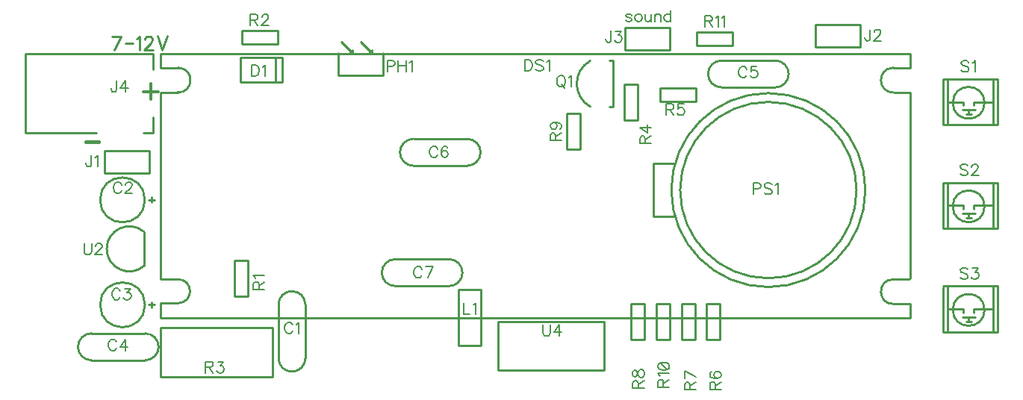
<source format=gbr>
G04 DipTrace 3.3.1.3*
G04 TopSilk.gbr*
%MOIN*%
G04 #@! TF.FileFunction,Legend,Top*
G04 #@! TF.Part,Single*
%ADD10C,0.009843*%
%ADD75C,0.00772*%
%ADD76C,0.015439*%
%ADD77C,0.012351*%
%ADD78C,0.009264*%
%FSLAX26Y26*%
G04*
G70*
G90*
G75*
G01*
G04 TopSilk*
%LPD*%
X1321201Y598821D2*
D10*
Y838581D1*
X1441201Y598821D2*
Y838581D1*
G03X1321201Y838581I-60000J120D01*
G01*
Y598821D2*
G03X1441201Y598821I60000J-120D01*
G01*
X754831Y1318021D2*
Y1294381D1*
X766650Y1306201D2*
X743037D1*
X524956D2*
G02X524956Y1306201I99965J0D01*
G01*
X754831Y849271D2*
Y825631D1*
X766650Y837451D2*
X743037D1*
X524956D2*
G02X524956Y837451I99965J0D01*
G01*
X726081Y589951D2*
X486321D1*
X726081Y709951D2*
X486321D1*
G03X486321Y589951I-120J-60000D01*
G01*
X726081D2*
G03X726081Y709951I120J60000D01*
G01*
X3538581Y1808701D2*
X3298821D1*
X3538581Y1928701D2*
X3298821D1*
G03X3298821Y1808701I-120J-60000D01*
G01*
X3538581D2*
G03X3538581Y1928701I120J60000D01*
G01*
X2163581Y1458701D2*
X1923821D1*
X2163581Y1578701D2*
X1923821D1*
G03X1923821Y1458701I-120J-60000D01*
G01*
X2163581D2*
G03X2163581Y1578701I120J60000D01*
G01*
X1842570Y1041201D2*
X2082330D1*
X1842570Y921201D2*
X2082330D1*
G03X2082330Y1041201I120J60000D01*
G01*
X1842570D2*
G03X1842570Y921201I-120J-60000D01*
G01*
X1339536Y1942568D2*
Y1832332D1*
X1337512D2*
X1152351D1*
X1309688Y1942568D2*
Y1832332D1*
X1152351Y1942568D2*
Y1832332D1*
X1337512Y1942568D2*
X1152351D1*
X4064025Y1896299D2*
G03X4067706Y1785984I1841J-55157D01*
G01*
X4064025Y951417D2*
G03X4067706Y841102I1841J-55157D01*
G01*
X796210Y778150D2*
X4142667D1*
Y1959252D2*
X796210D1*
X874852Y845118D2*
G03X871171Y951417I-1841J53150D01*
G01*
X874852D2*
X796210D1*
X874852Y845118D2*
X796210D1*
Y778150D2*
Y845118D1*
X874852Y1896299D2*
G02X871171Y1785984I-1841J-55157D01*
G01*
X874852Y1896299D2*
X796210D1*
X874852Y1785984D2*
X796210D1*
Y1896299D2*
Y1959252D1*
Y1785984D2*
Y951417D1*
X4064025D2*
X4138651D1*
X4067706Y841102D2*
X4142667D1*
Y778150D1*
X4067706Y1785984D2*
X4142667D1*
X4064025Y1896299D2*
X4142667D1*
Y1959252D1*
Y1785984D2*
Y955315D1*
X543701Y1524951D2*
Y1424951D1*
X743701Y1524951D2*
X543701D1*
X743701D2*
Y1424951D1*
X543701D1*
X3918701Y1987450D2*
Y2087450D1*
X3718701Y1987450D2*
X3918701D1*
X3718701D2*
Y2087450D1*
X3918701D1*
X2868701Y2074950D2*
Y1974950D1*
X3068701Y2074950D2*
X2868701D1*
X3068701D2*
Y1974950D1*
X2868701D1*
X762642Y1674905D2*
Y1604029D1*
X191831Y1958366D2*
X762700D1*
Y1887491D1*
Y1604029D2*
X717443D1*
X508749D2*
X191831D1*
Y1958366D1*
X2224951Y906321D2*
X2124951D1*
Y656081D2*
Y906321D1*
X2224951Y656081D2*
X2124951D1*
X2224951D2*
Y906321D1*
X1587451Y1962455D2*
Y1862450D1*
X1787451D1*
Y1962455D1*
X1599951Y2012450D2*
X1649951Y1962455D1*
X1687451Y2012450D2*
X1737451Y1962455D1*
X1649951D2*
Y1974950D1*
Y1962455D2*
X1637451D1*
X1737451D2*
Y1974950D1*
Y1962455D2*
X1724951D1*
X3114362Y1349951D2*
G02X3114362Y1349951I393671J0D01*
G01*
X3074879D2*
G02X3074879Y1349951I433106J0D01*
G01*
X2996203Y1468093D2*
X3090711D1*
X2996203Y1231810D2*
Y1468093D1*
X3090711Y1231810D2*
X2996203D1*
X2712892Y1722595D2*
G02X2712892Y1927305I57324J102355D01*
G01*
X2815256Y1895828D2*
Y1750147D1*
X2799508Y1722595D2*
X2815256D1*
Y1750147D1*
X2799508Y1927305D2*
X2815256D1*
Y1891878D1*
X1126201Y876051D2*
X1186201D1*
X1126201Y1036351D2*
Y876051D1*
Y1036351D2*
X1186201D1*
Y876051D1*
X1157300Y2061201D2*
Y2001201D1*
X1317600Y2061201D2*
X1157300D1*
X1317600D2*
Y2001201D1*
X1157300D1*
X793701Y735186D2*
X1293701D1*
Y514714D1*
X793701D1*
Y735186D1*
X2863701Y1663551D2*
X2923701D1*
X2863701Y1823851D2*
Y1663551D1*
Y1823851D2*
X2923701D1*
Y1663551D1*
X3186351Y1744951D2*
Y1804951D1*
X3026051Y1744951D2*
X3186351D1*
X3026051D2*
Y1804951D1*
X3186351D1*
X3292451Y842601D2*
X3232451D1*
X3292451Y682301D2*
Y842601D1*
Y682301D2*
X3232451D1*
Y842601D1*
X3119951Y682300D2*
X3179951D1*
X3119951Y842600D2*
Y682300D1*
Y842600D2*
X3179951D1*
Y682300D1*
X2894951D2*
X2954951D1*
X2894951Y842600D2*
Y682300D1*
Y842600D2*
X2954951D1*
Y682300D1*
X2667450Y1692601D2*
X2607450D1*
X2667450Y1532301D2*
Y1692601D1*
Y1532301D2*
X2607450D1*
Y1692601D1*
X3067450Y842601D2*
X3007450D1*
X3067450Y682301D2*
Y842601D1*
Y682301D2*
X3007450D1*
Y842601D1*
X3188551Y2054950D2*
Y1994950D1*
X3348851Y2054950D2*
X3188551D1*
X3348851D2*
Y1994950D1*
X3188551D1*
X4288098Y1842118D2*
Y1645284D1*
X4532179Y1846067D2*
X4288098D1*
X4532179Y1641334D2*
X4288098D1*
X4532179Y1846031D2*
Y1641334D1*
X4331386Y1739769D2*
G02X4331386Y1739769I70877J0D01*
G01*
X4307786Y1842118D2*
Y1645284D1*
X4512491Y1842118D2*
Y1645284D1*
X4508553Y1743701D2*
X4465265D1*
X4378637D2*
X4307786D1*
X4425889D2*
X4465265D1*
X4374700Y1708262D2*
X4429827D1*
X4378637Y1727938D2*
Y1743701D1*
X4425889Y1727938D2*
Y1743701D1*
X4402263Y1708262D2*
Y1692535D1*
X4390450Y1688586D2*
X4414076D1*
X4288098Y1379618D2*
Y1182784D1*
X4532179Y1383567D2*
X4288098D1*
X4532179Y1178834D2*
X4288098D1*
X4532179Y1383531D2*
Y1178834D1*
X4331386Y1277269D2*
G02X4331386Y1277269I70877J0D01*
G01*
X4307786Y1379618D2*
Y1182784D1*
X4512491Y1379618D2*
Y1182784D1*
X4508553Y1281201D2*
X4465265D1*
X4378637D2*
X4307786D1*
X4425889D2*
X4465265D1*
X4374700Y1245762D2*
X4429827D1*
X4378637Y1265438D2*
Y1281201D1*
X4425889Y1265438D2*
Y1281201D1*
X4402263Y1245762D2*
Y1230035D1*
X4390450Y1226086D2*
X4414076D1*
X4288098Y917118D2*
Y720284D1*
X4532179Y921067D2*
X4288098D1*
X4532179Y716334D2*
X4288098D1*
X4532179Y921031D2*
Y716334D1*
X4331386Y814769D2*
G02X4331386Y814769I70877J0D01*
G01*
X4307786Y917118D2*
Y720284D1*
X4512491Y917118D2*
Y720284D1*
X4508553Y818701D2*
X4465265D1*
X4378637D2*
X4307786D1*
X4425889D2*
X4465265D1*
X4374700Y783262D2*
X4429827D1*
X4378637Y802938D2*
Y818701D1*
X4425889Y802938D2*
Y818701D1*
X4402263Y783262D2*
Y767535D1*
X4390450Y763586D2*
X4414076D1*
X721842Y1011831D2*
G02X721842Y1163072I-66569J75620D01*
G01*
Y1011831D1*
X2301230Y762500D2*
X2773671D1*
Y545965D1*
X2301230D1*
Y762500D1*
X1385419Y747486D2*
D75*
X1383043Y752239D1*
X1378234Y757047D1*
X1373481Y759424D1*
X1363920D1*
X1359111Y757047D1*
X1354358Y752239D1*
X1351926Y747486D1*
X1349549Y740301D1*
Y728307D1*
X1351926Y721177D1*
X1354358Y716369D1*
X1359111Y711616D1*
X1363920Y709184D1*
X1373481D1*
X1378234Y711616D1*
X1383043Y716369D1*
X1385419Y721177D1*
X1400859Y749807D2*
X1405667Y752239D1*
X1412852Y759369D1*
Y709184D1*
X620521Y1373736D2*
X618145Y1378489D1*
X613336Y1383298D1*
X608583Y1385675D1*
X599021D1*
X594213Y1383298D1*
X589460Y1378489D1*
X587028Y1373736D1*
X584651Y1366551D1*
Y1354558D1*
X587028Y1347428D1*
X589460Y1342620D1*
X594213Y1337866D1*
X599021Y1335435D1*
X608583D1*
X613336Y1337866D1*
X618145Y1342620D1*
X620521Y1347428D1*
X638392Y1373681D2*
Y1376058D1*
X640769Y1380866D1*
X643145Y1383243D1*
X647954Y1385619D1*
X657516D1*
X662269Y1383243D1*
X664645Y1380866D1*
X667077Y1376058D1*
Y1371304D1*
X664645Y1366496D1*
X659892Y1359366D1*
X635960Y1335435D1*
X669454D1*
X614272Y898736D2*
X611895Y903489D1*
X607087Y908298D1*
X602334Y910675D1*
X592772D1*
X587964Y908298D1*
X583210Y903489D1*
X580778Y898736D1*
X578402Y891551D1*
Y879558D1*
X580778Y872428D1*
X583210Y867620D1*
X587964Y862866D1*
X592772Y860435D1*
X602334D1*
X607087Y862866D1*
X611895Y867620D1*
X614272Y872428D1*
X634520Y910619D2*
X660773D1*
X646458Y891496D1*
X653643D1*
X658396Y889119D1*
X660773Y886743D1*
X663204Y879558D1*
Y874805D1*
X660773Y867620D1*
X656019Y862811D1*
X648834Y860435D1*
X641649D1*
X634520Y862811D1*
X632143Y865243D1*
X629711Y869996D1*
X598481Y671236D2*
X596105Y675990D1*
X591296Y680798D1*
X586543Y683175D1*
X576981D1*
X572173Y680798D1*
X567420Y675990D1*
X564988Y671236D1*
X562611Y664051D1*
Y652058D1*
X564988Y644928D1*
X567420Y640120D1*
X572173Y635366D1*
X576981Y632935D1*
X586543D1*
X591296Y635366D1*
X596105Y640120D1*
X598481Y644928D1*
X637852Y632935D2*
Y683119D1*
X613920Y649681D1*
X649790D1*
X3412169Y1889986D2*
X3409793Y1894739D1*
X3404984Y1899547D1*
X3400231Y1901924D1*
X3390670D1*
X3385861Y1899547D1*
X3381108Y1894739D1*
X3378676Y1889986D1*
X3376300Y1882801D1*
Y1870807D1*
X3378676Y1863677D1*
X3381108Y1858869D1*
X3385861Y1854116D1*
X3390670Y1851684D1*
X3400231D1*
X3404984Y1854116D1*
X3409793Y1858869D1*
X3412169Y1863677D1*
X3456294Y1901869D2*
X3432417D1*
X3430041Y1880369D1*
X3432417Y1882745D1*
X3439602Y1885177D1*
X3446732D1*
X3453917Y1882745D1*
X3458725Y1877992D1*
X3461102Y1870807D1*
Y1866054D1*
X3458725Y1858869D1*
X3453917Y1854061D1*
X3446732Y1851684D1*
X3439602D1*
X3432417Y1854061D1*
X3430041Y1856492D1*
X3427609Y1861246D1*
X2032135Y1533736D2*
X2029758Y1538490D1*
X2024950Y1543298D1*
X2020197Y1545675D1*
X2010635D1*
X2005826Y1543298D1*
X2001073Y1538490D1*
X1998641Y1533736D1*
X1996265Y1526551D1*
Y1514558D1*
X1998641Y1507428D1*
X2001073Y1502620D1*
X2005826Y1497866D1*
X2010635Y1495435D1*
X2020197D1*
X2024950Y1497866D1*
X2029758Y1502620D1*
X2032135Y1507428D1*
X2076259Y1538490D2*
X2073882Y1543243D1*
X2066697Y1545619D1*
X2061944D1*
X2054759Y1543243D1*
X2049951Y1536058D1*
X2047574Y1524120D1*
Y1512181D1*
X2049951Y1502620D1*
X2054759Y1497811D1*
X2061944Y1495435D1*
X2064321D1*
X2071450Y1497811D1*
X2076259Y1502620D1*
X2078635Y1509805D1*
Y1512181D1*
X2076259Y1519366D1*
X2071450Y1524120D1*
X2064321Y1526496D1*
X2061944D1*
X2054759Y1524120D1*
X2049951Y1519366D1*
X2047574Y1512181D1*
X1962168Y996235D2*
X1959792Y1000988D1*
X1954983Y1005797D1*
X1950230Y1008173D1*
X1940668D1*
X1935860Y1005797D1*
X1931107Y1000988D1*
X1928675Y996235D1*
X1926298Y989050D1*
Y977057D1*
X1928675Y969927D1*
X1931107Y965118D1*
X1935860Y960365D1*
X1940668Y957933D1*
X1950230D1*
X1954983Y960365D1*
X1959792Y965118D1*
X1962168Y969927D1*
X1987169Y957933D2*
X2011101Y1008118D1*
X1977607D1*
X1201969Y1909541D2*
Y1859301D1*
X1218715D1*
X1225900Y1861733D1*
X1230709Y1866486D1*
X1233085Y1871294D1*
X1235462Y1878424D1*
Y1890417D1*
X1233085Y1897602D1*
X1230709Y1902356D1*
X1225900Y1907164D1*
X1218715Y1909541D1*
X1201969D1*
X1250901Y1899924D2*
X1255710Y1902356D1*
X1262895Y1909485D1*
Y1859301D1*
X2420760Y1932475D2*
Y1882235D1*
X2437506D1*
X2444691Y1884667D1*
X2449500Y1889420D1*
X2451876Y1894229D1*
X2454253Y1901358D1*
Y1913352D1*
X2451876Y1920537D1*
X2449500Y1925290D1*
X2444691Y1930098D1*
X2437506Y1932475D1*
X2420760D1*
X2503186Y1925290D2*
X2498432Y1930098D1*
X2491247Y1932475D1*
X2481686D1*
X2474501Y1930098D1*
X2469692Y1925290D1*
Y1920537D1*
X2472124Y1915728D1*
X2474501Y1913352D1*
X2479254Y1910975D1*
X2493624Y1906167D1*
X2498432Y1903790D1*
X2500809Y1901358D1*
X2503186Y1896605D1*
Y1889420D1*
X2498432Y1884667D1*
X2491247Y1882235D1*
X2481686D1*
X2474501Y1884667D1*
X2469692Y1889420D1*
X2518625Y1922858D2*
X2523433Y1925290D1*
X2530618Y1932420D1*
Y1882235D1*
X485700Y1504425D2*
Y1466179D1*
X483323Y1458994D1*
X480891Y1456617D1*
X476138Y1454185D1*
X471330D1*
X466576Y1456617D1*
X464200Y1458994D1*
X461768Y1466179D1*
Y1470932D1*
X501139Y1494808D2*
X505947Y1497240D1*
X513132Y1504370D1*
Y1454185D1*
X3962450Y2066924D2*
Y2028677D1*
X3960073Y2021492D1*
X3957641Y2019116D1*
X3952888Y2016684D1*
X3948080D1*
X3943326Y2019116D1*
X3940950Y2021492D1*
X3938518Y2028677D1*
Y2033431D1*
X3980321Y2054930D2*
Y2057307D1*
X3982697Y2062115D1*
X3985074Y2064492D1*
X3989882Y2066869D1*
X3999444D1*
X4004197Y2064492D1*
X4006574Y2062115D1*
X4009006Y2057307D1*
Y2052554D1*
X4006574Y2047745D1*
X4001821Y2040616D1*
X3977889Y2016684D1*
X4011382D1*
X2806200Y2060673D2*
Y2022427D1*
X2803824Y2015242D1*
X2801392Y2012865D1*
X2796639Y2010433D1*
X2791830D1*
X2787077Y2012865D1*
X2784701Y2015242D1*
X2782269Y2022427D1*
Y2027180D1*
X2826448Y2060618D2*
X2852701D1*
X2838386Y2041495D1*
X2845571D1*
X2850324Y2039118D1*
X2852701Y2036741D1*
X2855133Y2029556D1*
Y2024803D1*
X2852701Y2017618D1*
X2847948Y2012810D1*
X2840763Y2010433D1*
X2833578D1*
X2826448Y2012810D1*
X2824071Y2015242D1*
X2821640Y2019995D1*
X598761Y1837839D2*
Y1799592D1*
X596385Y1792407D1*
X593953Y1790030D1*
X589200Y1787599D1*
X584391D1*
X579638Y1790030D1*
X577262Y1792407D1*
X574830Y1799592D1*
Y1804345D1*
X638132Y1787599D2*
Y1837783D1*
X614201Y1804345D1*
X650071D1*
X2146893Y846924D2*
Y796684D1*
X2175578D1*
X2191017Y837307D2*
X2195825Y839739D1*
X2203010Y846869D1*
Y796684D1*
X1807522Y1903116D2*
X1829077D1*
X1836207Y1905492D1*
X1838639Y1907924D1*
X1841015Y1912677D1*
Y1919862D1*
X1838639Y1924615D1*
X1836207Y1927047D1*
X1829077Y1929424D1*
X1807522D1*
Y1879184D1*
X1856455Y1929424D2*
Y1879184D1*
X1889948Y1929424D2*
Y1879184D1*
X1856455Y1905492D2*
X1889948D1*
X1905387Y1919807D2*
X1910196Y1922239D1*
X1917381Y1929369D1*
Y1879184D1*
X3440985Y1354937D2*
X3462540D1*
X3469670Y1357314D1*
X3472102Y1359746D1*
X3474479Y1364499D1*
Y1371684D1*
X3472102Y1376437D1*
X3469670Y1378869D1*
X3462540Y1381245D1*
X3440985D1*
Y1331005D1*
X3523411Y1374060D2*
X3518658Y1378869D1*
X3511473Y1381245D1*
X3501911D1*
X3494726Y1378869D1*
X3489918Y1374060D1*
Y1369307D1*
X3492350Y1364499D1*
X3494726Y1362122D1*
X3499480Y1359746D1*
X3513850Y1354937D1*
X3518658Y1352560D1*
X3521035Y1350129D1*
X3523411Y1345375D1*
Y1338190D1*
X3518658Y1333437D1*
X3511473Y1331005D1*
X3501911D1*
X3494726Y1333437D1*
X3489918Y1338190D1*
X3538851Y1371628D2*
X3543659Y1374060D1*
X3550844Y1381190D1*
Y1331005D1*
X2578082Y1861609D2*
X2573328Y1859288D1*
X2568520Y1854479D1*
X2566143Y1849671D1*
X2563711Y1842486D1*
Y1830547D1*
X2566143Y1823362D1*
X2568520Y1818609D1*
X2573328Y1813801D1*
X2578082Y1811424D1*
X2587643D1*
X2592452Y1813801D1*
X2597205Y1818609D1*
X2599581Y1823362D1*
X2602013Y1830547D1*
Y1842486D1*
X2599581Y1849671D1*
X2597205Y1854479D1*
X2592452Y1859288D1*
X2587643Y1861609D1*
X2578082D1*
X2585267Y1820986D2*
X2599581Y1806616D1*
X2617453Y1851992D2*
X2622261Y1854424D1*
X2629446Y1861554D1*
Y1811369D1*
X1233159Y906989D2*
Y928488D1*
X1230727Y935673D1*
X1228350Y938105D1*
X1223597Y940482D1*
X1218789D1*
X1214036Y938105D1*
X1211604Y935673D1*
X1209227Y928488D1*
Y906989D1*
X1259467D1*
X1233159Y923735D2*
X1259467Y940482D1*
X1218844Y955921D2*
X1216412Y960730D1*
X1209282Y967915D1*
X1259467Y967914D1*
X1196237Y2110492D2*
X1217737D1*
X1224922Y2112924D1*
X1227354Y2115301D1*
X1229731Y2120054D1*
Y2124862D1*
X1227354Y2129615D1*
X1224922Y2132047D1*
X1217737Y2134424D1*
X1196237D1*
Y2084184D1*
X1212984Y2110492D2*
X1229731Y2084184D1*
X1247602Y2122430D2*
Y2124807D1*
X1249978Y2129615D1*
X1252355Y2131992D1*
X1257163Y2134369D1*
X1266725D1*
X1271478Y2131992D1*
X1273855Y2129615D1*
X1276287Y2124807D1*
Y2120054D1*
X1273855Y2115245D1*
X1269101Y2108116D1*
X1245170Y2084184D1*
X1278663D1*
X996238Y559479D2*
X1017738D1*
X1024923Y561911D1*
X1027355Y564287D1*
X1029732Y569041D1*
Y573849D1*
X1027355Y578602D1*
X1024923Y581034D1*
X1017738Y583411D1*
X996238D1*
Y533171D1*
X1012985Y559479D2*
X1029732Y533171D1*
X1049980Y583355D2*
X1076233D1*
X1061918Y564232D1*
X1069103D1*
X1073856Y561856D1*
X1076233Y559479D1*
X1078664Y552294D1*
Y547541D1*
X1076233Y540356D1*
X1071479Y535547D1*
X1064294Y533171D1*
X1057109D1*
X1049980Y535547D1*
X1047603Y537979D1*
X1045171Y542732D1*
X2958160Y1557549D2*
Y1579049D1*
X2955728Y1586234D1*
X2953352Y1588666D1*
X2948599Y1591042D1*
X2943790D1*
X2939037Y1588666D1*
X2936605Y1586234D1*
X2934228Y1579049D1*
Y1557549D1*
X2984468D1*
X2958160Y1574296D2*
X2984468Y1591042D1*
Y1630413D2*
X2934284D1*
X2967722Y1606482D1*
Y1642351D1*
X3052488Y1710492D2*
X3073988D1*
X3081173Y1712924D1*
X3083605Y1715301D1*
X3085981Y1720054D1*
Y1724862D1*
X3083605Y1729615D1*
X3081173Y1732047D1*
X3073988Y1734424D1*
X3052488D1*
Y1684184D1*
X3069234Y1710492D2*
X3085981Y1684184D1*
X3130105Y1734369D2*
X3106229D1*
X3103852Y1712869D1*
X3106229Y1715245D1*
X3113414Y1717677D1*
X3120544D1*
X3127729Y1715245D1*
X3132537Y1710492D1*
X3134914Y1703307D1*
Y1698554D1*
X3132537Y1691369D1*
X3127729Y1686560D1*
X3120544Y1684184D1*
X3113414D1*
X3106229Y1686560D1*
X3103852Y1688992D1*
X3101420Y1693745D1*
X3270660Y459955D2*
Y481454D1*
X3268228Y488639D1*
X3265852Y491071D1*
X3261099Y493448D1*
X3256290D1*
X3251537Y491071D1*
X3249105Y488639D1*
X3246728Y481454D1*
Y459955D1*
X3296968D1*
X3270660Y476701D2*
X3296968Y493448D1*
X3253913Y537572D2*
X3249160Y535195D1*
X3246784Y528010D1*
Y523257D1*
X3249160Y516072D1*
X3256345Y511264D1*
X3268284Y508887D1*
X3280222D1*
X3289783Y511264D1*
X3294592Y516072D1*
X3296968Y523257D1*
Y525634D1*
X3294592Y532763D1*
X3289783Y537572D1*
X3282598Y539948D1*
X3280222D1*
X3273037Y537572D1*
X3268284Y532763D1*
X3265907Y525634D1*
Y523257D1*
X3268284Y516072D1*
X3273037Y511264D1*
X3280222Y508887D1*
X3158160Y458737D2*
Y480237D1*
X3155728Y487422D1*
X3153352Y489854D1*
X3148599Y492231D1*
X3143790D1*
X3139037Y489854D1*
X3136605Y487422D1*
X3134228Y480237D1*
Y458737D1*
X3184468D1*
X3158160Y475484D2*
X3184468Y492231D1*
Y517231D2*
X3134284Y541163D1*
Y507670D1*
X2926911Y465016D2*
Y486515D1*
X2924479Y493700D1*
X2922102Y496132D1*
X2917349Y498509D1*
X2912541D1*
X2907788Y496132D1*
X2905356Y493700D1*
X2902979Y486515D1*
Y465016D1*
X2953219D1*
X2926911Y481762D2*
X2953219Y498509D1*
X2903034Y525886D2*
X2905411Y518757D1*
X2910164Y516325D1*
X2914973D1*
X2919726Y518757D1*
X2922158Y523510D1*
X2924534Y533071D1*
X2926911Y540256D1*
X2931719Y545010D1*
X2936472Y547386D1*
X2943657D1*
X2948411Y545010D1*
X2950842Y542633D1*
X2953219Y535448D1*
Y525886D1*
X2950842Y518757D1*
X2948411Y516325D1*
X2943657Y513948D1*
X2936472D1*
X2931719Y516325D1*
X2926911Y521133D1*
X2924534Y528263D1*
X2922158Y537825D1*
X2919726Y542633D1*
X2914973Y545010D1*
X2910164D1*
X2905411Y542633D1*
X2903034Y535448D1*
Y525886D1*
X2558159Y1572427D2*
Y1593927D1*
X2555727Y1601112D1*
X2553350Y1603544D1*
X2548597Y1605920D1*
X2543789D1*
X2539036Y1603544D1*
X2536604Y1601112D1*
X2534227Y1593927D1*
Y1572427D1*
X2584467D1*
X2558159Y1589174D2*
X2584467Y1605920D1*
X2550974Y1652476D2*
X2558159Y1650044D1*
X2562967Y1645291D1*
X2565344Y1638106D1*
Y1635729D1*
X2562967Y1628544D1*
X2558159Y1623791D1*
X2550974Y1621359D1*
X2548597D1*
X2541412Y1623791D1*
X2536659Y1628544D1*
X2534282Y1635730D1*
Y1638106D1*
X2536659Y1645291D1*
X2541412Y1650044D1*
X2550974Y1652476D1*
X2562967D1*
X2574905Y1650044D1*
X2582091Y1645291D1*
X2584467Y1638106D1*
Y1633353D1*
X2582091Y1626168D1*
X2577282Y1623791D1*
X3039408Y470022D2*
Y491522D1*
X3036976Y498707D1*
X3034600Y501139D1*
X3029847Y503516D1*
X3025038D1*
X3020285Y501139D1*
X3017853Y498707D1*
X3015476Y491522D1*
Y470022D1*
X3065716D1*
X3039408Y486769D2*
X3065716Y503515D1*
X3025093Y518955D2*
X3022662Y523763D1*
X3015532Y530948D1*
X3065716D1*
X3015532Y560758D2*
X3017908Y553573D1*
X3025093Y548764D1*
X3037032Y546387D1*
X3044217D1*
X3056155Y548764D1*
X3063340Y553572D1*
X3065716Y560758D1*
Y565511D1*
X3063340Y572696D1*
X3056155Y577449D1*
X3044217Y579881D1*
X3037032D1*
X3025093Y577449D1*
X3017908Y572696D1*
X3015532Y565511D1*
Y560758D1*
X3025093Y577449D2*
X3056155Y548764D1*
X3224521Y2104241D2*
X3246021D1*
X3253206Y2106673D1*
X3255638Y2109050D1*
X3258015Y2113803D1*
Y2118612D1*
X3255638Y2123365D1*
X3253206Y2125797D1*
X3246021Y2128173D1*
X3224521D1*
Y2077933D1*
X3241268Y2104241D2*
X3258015Y2077933D1*
X3273454Y2118556D2*
X3278262Y2120988D1*
X3285447Y2128118D1*
Y2077933D1*
X3300887Y2118556D2*
X3305695Y2120988D1*
X3312880Y2128118D1*
Y2077933D1*
X4402980Y1920517D2*
X4398227Y1925325D1*
X4391042Y1927702D1*
X4381481D1*
X4374296Y1925325D1*
X4369487Y1920517D1*
Y1915764D1*
X4371919Y1910955D1*
X4374296Y1908579D1*
X4379049Y1906202D1*
X4393419Y1901394D1*
X4398227Y1899017D1*
X4400604Y1896585D1*
X4402980Y1891832D1*
Y1884647D1*
X4398227Y1879894D1*
X4391042Y1877462D1*
X4381481D1*
X4374296Y1879894D1*
X4369487Y1884647D1*
X4418420Y1918085D2*
X4423228Y1920517D1*
X4430413Y1927647D1*
Y1877462D1*
X4398481Y1458017D2*
X4393728Y1462825D1*
X4386543Y1465202D1*
X4376981D1*
X4369796Y1462825D1*
X4364988Y1458017D1*
Y1453264D1*
X4367420Y1448455D1*
X4369796Y1446079D1*
X4374549Y1443702D1*
X4388920Y1438894D1*
X4393728Y1436517D1*
X4396105Y1434085D1*
X4398481Y1429332D1*
Y1422147D1*
X4393728Y1417394D1*
X4386543Y1414962D1*
X4376981D1*
X4369796Y1417394D1*
X4364988Y1422147D1*
X4416352Y1453209D2*
Y1455585D1*
X4418729Y1460394D1*
X4421105Y1462770D1*
X4425914Y1465147D1*
X4435476D1*
X4440229Y1462770D1*
X4442605Y1460394D1*
X4445037Y1455585D1*
Y1450832D1*
X4442605Y1446024D1*
X4437852Y1438894D1*
X4413920Y1414962D1*
X4447414D1*
X4398481Y995517D2*
X4393728Y1000325D1*
X4386543Y1002702D1*
X4376981D1*
X4369796Y1000325D1*
X4364988Y995517D1*
Y990764D1*
X4367420Y985955D1*
X4369796Y983579D1*
X4374549Y981202D1*
X4388920Y976394D1*
X4393728Y974017D1*
X4396105Y971585D1*
X4398481Y966832D1*
Y959647D1*
X4393728Y954894D1*
X4386543Y952462D1*
X4376981D1*
X4369796Y954894D1*
X4364988Y959647D1*
X4418729Y1002647D2*
X4444982D1*
X4430667Y983524D1*
X4437852D1*
X4442605Y981147D1*
X4444982Y978770D1*
X4447414Y971585D1*
Y966832D1*
X4444982Y959647D1*
X4440229Y954839D1*
X4433044Y952462D1*
X4425859D1*
X4418729Y954839D1*
X4416352Y957271D1*
X4413920Y962024D1*
X453221Y1111421D2*
Y1075551D1*
X455598Y1068366D1*
X460406Y1063613D1*
X467592Y1061181D1*
X472345D1*
X479530Y1063613D1*
X484338Y1068366D1*
X486715Y1075551D1*
Y1111421D1*
X504586Y1099428D2*
Y1101805D1*
X506962Y1106613D1*
X509339Y1108990D1*
X514147Y1111366D1*
X523709D1*
X528462Y1108990D1*
X530839Y1106613D1*
X533271Y1101805D1*
Y1097051D1*
X530839Y1092243D1*
X526086Y1085113D1*
X502154Y1061181D1*
X535647D1*
X2501300Y748223D2*
Y712353D1*
X2503676Y705168D1*
X2508485Y700415D1*
X2515670Y697983D1*
X2520423D1*
X2527608Y700415D1*
X2532416Y705168D1*
X2534793Y712353D1*
Y748223D1*
X2574164Y697983D2*
Y748168D1*
X2550232Y714730D1*
X2586102D1*
X462451Y1567207D2*
D76*
X517720D1*
X2897399Y2129280D2*
D75*
X2895022Y2134089D1*
X2887837Y2136465D1*
X2880652D1*
X2873467Y2134089D1*
X2871091Y2129280D1*
X2873467Y2124527D1*
X2878276Y2122095D1*
X2890214Y2119719D1*
X2895022Y2117342D1*
X2897399Y2112534D1*
Y2110157D1*
X2895022Y2105404D1*
X2887837Y2102972D1*
X2880652D1*
X2873467Y2105404D1*
X2871091Y2110157D1*
X2924777Y2136465D2*
X2920023Y2134089D1*
X2915215Y2129280D1*
X2912838Y2122095D1*
Y2117342D1*
X2915215Y2110157D1*
X2920023Y2105404D1*
X2924777Y2102972D1*
X2931962D1*
X2936770Y2105404D1*
X2941523Y2110157D1*
X2943955Y2117342D1*
Y2122095D1*
X2941523Y2129280D1*
X2936770Y2134089D1*
X2931962Y2136465D1*
X2924777D1*
X2959394D2*
Y2112534D1*
X2961771Y2105404D1*
X2966579Y2102972D1*
X2973764D1*
X2978518Y2105404D1*
X2985703Y2112534D1*
Y2136465D2*
Y2102972D1*
X3001142Y2136465D2*
Y2102972D1*
Y2126904D2*
X3008327Y2134089D1*
X3013135Y2136465D1*
X3020265D1*
X3025074Y2134089D1*
X3027450Y2126904D1*
Y2102972D1*
X3071574Y2153212D2*
Y2102972D1*
Y2129280D2*
X3066821Y2134089D1*
X3062013Y2136465D1*
X3054828D1*
X3050074Y2134089D1*
X3045266Y2129280D1*
X3042889Y2122095D1*
Y2117342D1*
X3045266Y2110157D1*
X3050074Y2105404D1*
X3054828Y2102972D1*
X3062013D1*
X3066821Y2105404D1*
X3071574Y2110157D1*
X751557Y1824744D2*
D77*
Y1755857D1*
X717157Y1790256D2*
X786045D1*
X589587Y1977032D2*
D78*
X618305Y2037254D1*
X578113D1*
X636833Y2007143D2*
X669994D1*
X688521Y2025780D2*
X694291Y2028698D1*
X702914Y2037254D1*
Y1977032D1*
X724359Y2022928D2*
Y2025780D1*
X727211Y2031550D1*
X730063Y2034402D1*
X735833Y2037254D1*
X747307D1*
X753011Y2034402D1*
X755862Y2031550D1*
X758781Y2025780D1*
Y2020076D1*
X755862Y2014306D1*
X750159Y2005750D1*
X721441Y1977032D1*
X761633D1*
X780160Y2037320D2*
X803108Y1977032D1*
X826056Y2037320D1*
M02*

</source>
